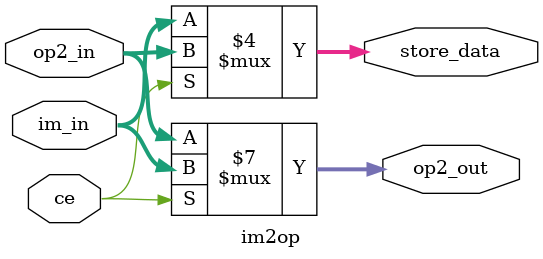
<source format=v>
module im2op(
output reg [31:0] store_data,
output reg [31:0] op2_out,
input [31:0] op2_in,
input [31:0] im_in,
input ce
);

always@(*)
begin
	if(ce==1)
		begin
		op2_out=im_in;
		store_data=op2_in;
		end
	else
		begin
		op2_out=op2_in;
		store_data=im_in;
		end
		
end


endmodule
		
</source>
